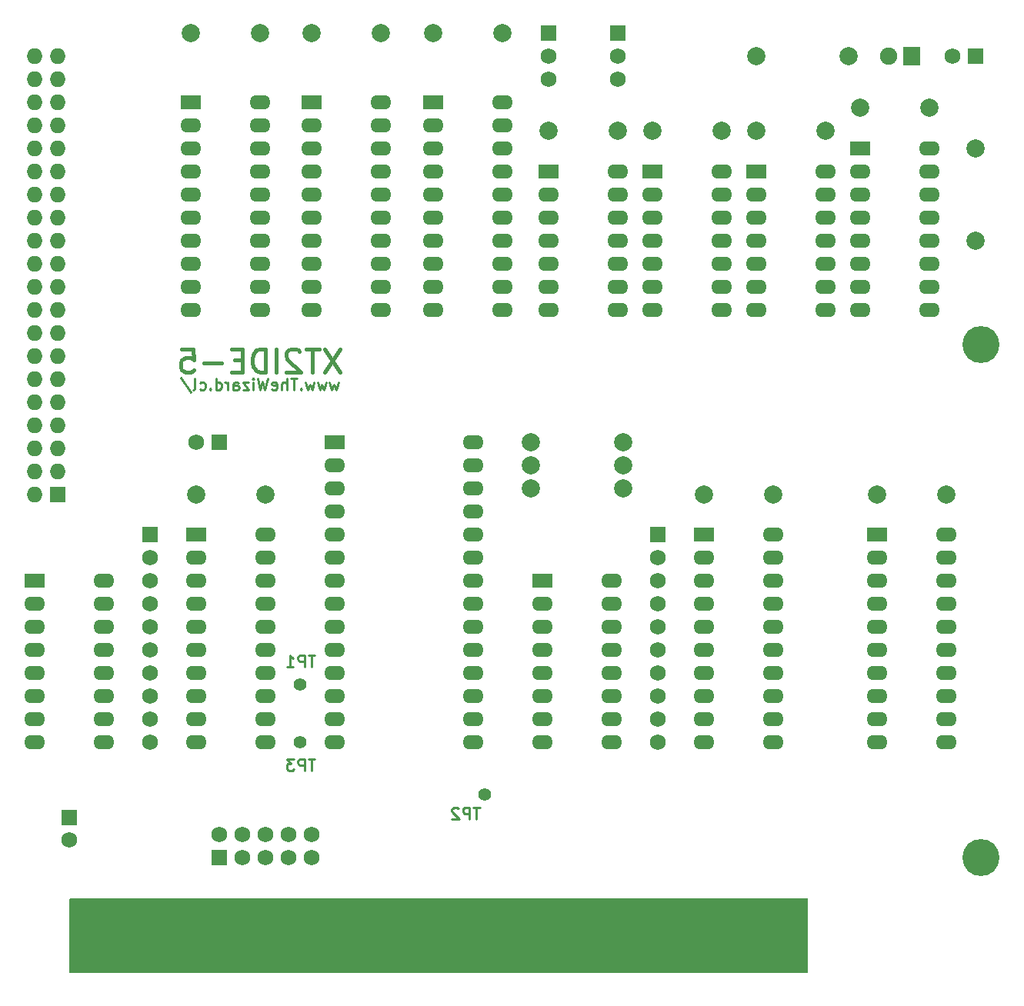
<source format=gbr>
G04 #@! TF.GenerationSoftware,KiCad,Pcbnew,8.0.4*
G04 #@! TF.CreationDate,2025-02-18T12:53:55-03:00*
G04 #@! TF.ProjectId,XT-IDE,58542d49-4445-42e6-9b69-6361645f7063,3B*
G04 #@! TF.SameCoordinates,Original*
G04 #@! TF.FileFunction,Soldermask,Bot*
G04 #@! TF.FilePolarity,Negative*
%FSLAX46Y46*%
G04 Gerber Fmt 4.6, Leading zero omitted, Abs format (unit mm)*
G04 Created by KiCad (PCBNEW 8.0.4) date 2025-02-18 12:53:55*
%MOMM*%
%LPD*%
G01*
G04 APERTURE LIST*
%ADD10C,0.254000*%
%ADD11C,0.381000*%
%ADD12C,4.064000*%
%ADD13R,1.727200X1.727200*%
%ADD14C,1.727200*%
%ADD15R,1.778000X7.112000*%
%ADD16R,1.900000X2.000000*%
%ADD17C,1.900000*%
%ADD18C,1.397000*%
%ADD19O,1.727200X1.727200*%
%ADD20R,2.300000X1.600000*%
%ADD21O,2.300000X1.600000*%
%ADD22C,1.998980*%
G04 APERTURE END LIST*
D10*
X115963094Y-75927651D02*
X115721189Y-76774318D01*
X115721189Y-76774318D02*
X115479284Y-76169556D01*
X115479284Y-76169556D02*
X115237380Y-76774318D01*
X115237380Y-76774318D02*
X114995475Y-75927651D01*
X114632618Y-75927651D02*
X114390713Y-76774318D01*
X114390713Y-76774318D02*
X114148808Y-76169556D01*
X114148808Y-76169556D02*
X113906904Y-76774318D01*
X113906904Y-76774318D02*
X113664999Y-75927651D01*
X113302142Y-75927651D02*
X113060237Y-76774318D01*
X113060237Y-76774318D02*
X112818332Y-76169556D01*
X112818332Y-76169556D02*
X112576428Y-76774318D01*
X112576428Y-76774318D02*
X112334523Y-75927651D01*
X111850714Y-76653365D02*
X111790237Y-76713842D01*
X111790237Y-76713842D02*
X111850714Y-76774318D01*
X111850714Y-76774318D02*
X111911190Y-76713842D01*
X111911190Y-76713842D02*
X111850714Y-76653365D01*
X111850714Y-76653365D02*
X111850714Y-76774318D01*
X111427380Y-75504318D02*
X110701666Y-75504318D01*
X111064523Y-76774318D02*
X111064523Y-75504318D01*
X110278333Y-76774318D02*
X110278333Y-75504318D01*
X109734047Y-76774318D02*
X109734047Y-76109080D01*
X109734047Y-76109080D02*
X109794523Y-75988127D01*
X109794523Y-75988127D02*
X109915475Y-75927651D01*
X109915475Y-75927651D02*
X110096904Y-75927651D01*
X110096904Y-75927651D02*
X110217856Y-75988127D01*
X110217856Y-75988127D02*
X110278333Y-76048603D01*
X108645475Y-76713842D02*
X108766427Y-76774318D01*
X108766427Y-76774318D02*
X109008332Y-76774318D01*
X109008332Y-76774318D02*
X109129285Y-76713842D01*
X109129285Y-76713842D02*
X109189761Y-76592889D01*
X109189761Y-76592889D02*
X109189761Y-76109080D01*
X109189761Y-76109080D02*
X109129285Y-75988127D01*
X109129285Y-75988127D02*
X109008332Y-75927651D01*
X109008332Y-75927651D02*
X108766427Y-75927651D01*
X108766427Y-75927651D02*
X108645475Y-75988127D01*
X108645475Y-75988127D02*
X108584999Y-76109080D01*
X108584999Y-76109080D02*
X108584999Y-76230032D01*
X108584999Y-76230032D02*
X109189761Y-76350984D01*
X108161666Y-75504318D02*
X107859285Y-76774318D01*
X107859285Y-76774318D02*
X107617380Y-75867175D01*
X107617380Y-75867175D02*
X107375475Y-76774318D01*
X107375475Y-76774318D02*
X107073095Y-75504318D01*
X106589285Y-76774318D02*
X106589285Y-75927651D01*
X106589285Y-75504318D02*
X106649761Y-75564794D01*
X106649761Y-75564794D02*
X106589285Y-75625270D01*
X106589285Y-75625270D02*
X106528808Y-75564794D01*
X106528808Y-75564794D02*
X106589285Y-75504318D01*
X106589285Y-75504318D02*
X106589285Y-75625270D01*
X106105475Y-75927651D02*
X105440237Y-75927651D01*
X105440237Y-75927651D02*
X106105475Y-76774318D01*
X106105475Y-76774318D02*
X105440237Y-76774318D01*
X104412142Y-76774318D02*
X104412142Y-76109080D01*
X104412142Y-76109080D02*
X104472618Y-75988127D01*
X104472618Y-75988127D02*
X104593570Y-75927651D01*
X104593570Y-75927651D02*
X104835475Y-75927651D01*
X104835475Y-75927651D02*
X104956428Y-75988127D01*
X104412142Y-76713842D02*
X104533094Y-76774318D01*
X104533094Y-76774318D02*
X104835475Y-76774318D01*
X104835475Y-76774318D02*
X104956428Y-76713842D01*
X104956428Y-76713842D02*
X105016904Y-76592889D01*
X105016904Y-76592889D02*
X105016904Y-76471937D01*
X105016904Y-76471937D02*
X104956428Y-76350984D01*
X104956428Y-76350984D02*
X104835475Y-76290508D01*
X104835475Y-76290508D02*
X104533094Y-76290508D01*
X104533094Y-76290508D02*
X104412142Y-76230032D01*
X103807380Y-76774318D02*
X103807380Y-75927651D01*
X103807380Y-76169556D02*
X103746903Y-76048603D01*
X103746903Y-76048603D02*
X103686427Y-75988127D01*
X103686427Y-75988127D02*
X103565475Y-75927651D01*
X103565475Y-75927651D02*
X103444522Y-75927651D01*
X102476904Y-76774318D02*
X102476904Y-75504318D01*
X102476904Y-76713842D02*
X102597856Y-76774318D01*
X102597856Y-76774318D02*
X102839761Y-76774318D01*
X102839761Y-76774318D02*
X102960713Y-76713842D01*
X102960713Y-76713842D02*
X103021190Y-76653365D01*
X103021190Y-76653365D02*
X103081666Y-76532413D01*
X103081666Y-76532413D02*
X103081666Y-76169556D01*
X103081666Y-76169556D02*
X103021190Y-76048603D01*
X103021190Y-76048603D02*
X102960713Y-75988127D01*
X102960713Y-75988127D02*
X102839761Y-75927651D01*
X102839761Y-75927651D02*
X102597856Y-75927651D01*
X102597856Y-75927651D02*
X102476904Y-75988127D01*
X101872142Y-76653365D02*
X101811665Y-76713842D01*
X101811665Y-76713842D02*
X101872142Y-76774318D01*
X101872142Y-76774318D02*
X101932618Y-76713842D01*
X101932618Y-76713842D02*
X101872142Y-76653365D01*
X101872142Y-76653365D02*
X101872142Y-76774318D01*
X100723094Y-76713842D02*
X100844046Y-76774318D01*
X100844046Y-76774318D02*
X101085951Y-76774318D01*
X101085951Y-76774318D02*
X101206903Y-76713842D01*
X101206903Y-76713842D02*
X101267380Y-76653365D01*
X101267380Y-76653365D02*
X101327856Y-76532413D01*
X101327856Y-76532413D02*
X101327856Y-76169556D01*
X101327856Y-76169556D02*
X101267380Y-76048603D01*
X101267380Y-76048603D02*
X101206903Y-75988127D01*
X101206903Y-75988127D02*
X101085951Y-75927651D01*
X101085951Y-75927651D02*
X100844046Y-75927651D01*
X100844046Y-75927651D02*
X100723094Y-75988127D01*
X99997380Y-76774318D02*
X100118332Y-76713842D01*
X100118332Y-76713842D02*
X100178809Y-76592889D01*
X100178809Y-76592889D02*
X100178809Y-75504318D01*
X98606428Y-75443842D02*
X99694999Y-77076699D01*
X113362618Y-117414318D02*
X112636904Y-117414318D01*
X112999761Y-118684318D02*
X112999761Y-117414318D01*
X112213571Y-118684318D02*
X112213571Y-117414318D01*
X112213571Y-117414318D02*
X111729761Y-117414318D01*
X111729761Y-117414318D02*
X111608809Y-117474794D01*
X111608809Y-117474794D02*
X111548332Y-117535270D01*
X111548332Y-117535270D02*
X111487856Y-117656222D01*
X111487856Y-117656222D02*
X111487856Y-117837651D01*
X111487856Y-117837651D02*
X111548332Y-117958603D01*
X111548332Y-117958603D02*
X111608809Y-118019080D01*
X111608809Y-118019080D02*
X111729761Y-118079556D01*
X111729761Y-118079556D02*
X112213571Y-118079556D01*
X111064523Y-117414318D02*
X110278332Y-117414318D01*
X110278332Y-117414318D02*
X110701666Y-117898127D01*
X110701666Y-117898127D02*
X110520237Y-117898127D01*
X110520237Y-117898127D02*
X110399285Y-117958603D01*
X110399285Y-117958603D02*
X110338809Y-118019080D01*
X110338809Y-118019080D02*
X110278332Y-118140032D01*
X110278332Y-118140032D02*
X110278332Y-118442413D01*
X110278332Y-118442413D02*
X110338809Y-118563365D01*
X110338809Y-118563365D02*
X110399285Y-118623842D01*
X110399285Y-118623842D02*
X110520237Y-118684318D01*
X110520237Y-118684318D02*
X110883094Y-118684318D01*
X110883094Y-118684318D02*
X111004047Y-118623842D01*
X111004047Y-118623842D02*
X111064523Y-118563365D01*
D11*
X116144523Y-72275240D02*
X114451190Y-74815240D01*
X114451190Y-72275240D02*
X116144523Y-74815240D01*
X113846428Y-72275240D02*
X112394999Y-72275240D01*
X113120713Y-74815240D02*
X113120713Y-72275240D01*
X111669285Y-72517145D02*
X111548333Y-72396192D01*
X111548333Y-72396192D02*
X111306428Y-72275240D01*
X111306428Y-72275240D02*
X110701666Y-72275240D01*
X110701666Y-72275240D02*
X110459761Y-72396192D01*
X110459761Y-72396192D02*
X110338809Y-72517145D01*
X110338809Y-72517145D02*
X110217856Y-72759049D01*
X110217856Y-72759049D02*
X110217856Y-73000954D01*
X110217856Y-73000954D02*
X110338809Y-73363811D01*
X110338809Y-73363811D02*
X111790237Y-74815240D01*
X111790237Y-74815240D02*
X110217856Y-74815240D01*
X109129285Y-74815240D02*
X109129285Y-72275240D01*
X107919761Y-74815240D02*
X107919761Y-72275240D01*
X107919761Y-72275240D02*
X107314999Y-72275240D01*
X107314999Y-72275240D02*
X106952142Y-72396192D01*
X106952142Y-72396192D02*
X106710237Y-72638097D01*
X106710237Y-72638097D02*
X106589284Y-72880002D01*
X106589284Y-72880002D02*
X106468332Y-73363811D01*
X106468332Y-73363811D02*
X106468332Y-73726668D01*
X106468332Y-73726668D02*
X106589284Y-74210478D01*
X106589284Y-74210478D02*
X106710237Y-74452383D01*
X106710237Y-74452383D02*
X106952142Y-74694288D01*
X106952142Y-74694288D02*
X107314999Y-74815240D01*
X107314999Y-74815240D02*
X107919761Y-74815240D01*
X105379761Y-73484764D02*
X104533094Y-73484764D01*
X104170237Y-74815240D02*
X105379761Y-74815240D01*
X105379761Y-74815240D02*
X105379761Y-72275240D01*
X105379761Y-72275240D02*
X104170237Y-72275240D01*
X103081666Y-73847621D02*
X101146428Y-73847621D01*
X98727380Y-72275240D02*
X99936904Y-72275240D01*
X99936904Y-72275240D02*
X100057856Y-73484764D01*
X100057856Y-73484764D02*
X99936904Y-73363811D01*
X99936904Y-73363811D02*
X99694999Y-73242859D01*
X99694999Y-73242859D02*
X99090237Y-73242859D01*
X99090237Y-73242859D02*
X98848332Y-73363811D01*
X98848332Y-73363811D02*
X98727380Y-73484764D01*
X98727380Y-73484764D02*
X98606427Y-73726668D01*
X98606427Y-73726668D02*
X98606427Y-74331430D01*
X98606427Y-74331430D02*
X98727380Y-74573335D01*
X98727380Y-74573335D02*
X98848332Y-74694288D01*
X98848332Y-74694288D02*
X99090237Y-74815240D01*
X99090237Y-74815240D02*
X99694999Y-74815240D01*
X99694999Y-74815240D02*
X99936904Y-74694288D01*
X99936904Y-74694288D02*
X100057856Y-74573335D01*
D10*
X131523618Y-122748318D02*
X130797904Y-122748318D01*
X131160761Y-124018318D02*
X131160761Y-122748318D01*
X130374571Y-124018318D02*
X130374571Y-122748318D01*
X130374571Y-122748318D02*
X129890761Y-122748318D01*
X129890761Y-122748318D02*
X129769809Y-122808794D01*
X129769809Y-122808794D02*
X129709332Y-122869270D01*
X129709332Y-122869270D02*
X129648856Y-122990222D01*
X129648856Y-122990222D02*
X129648856Y-123171651D01*
X129648856Y-123171651D02*
X129709332Y-123292603D01*
X129709332Y-123292603D02*
X129769809Y-123353080D01*
X129769809Y-123353080D02*
X129890761Y-123413556D01*
X129890761Y-123413556D02*
X130374571Y-123413556D01*
X129165047Y-122869270D02*
X129104571Y-122808794D01*
X129104571Y-122808794D02*
X128983618Y-122748318D01*
X128983618Y-122748318D02*
X128681237Y-122748318D01*
X128681237Y-122748318D02*
X128560285Y-122808794D01*
X128560285Y-122808794D02*
X128499809Y-122869270D01*
X128499809Y-122869270D02*
X128439332Y-122990222D01*
X128439332Y-122990222D02*
X128439332Y-123111175D01*
X128439332Y-123111175D02*
X128499809Y-123292603D01*
X128499809Y-123292603D02*
X129225523Y-124018318D01*
X129225523Y-124018318D02*
X128439332Y-124018318D01*
X113362618Y-105984318D02*
X112636904Y-105984318D01*
X112999761Y-107254318D02*
X112999761Y-105984318D01*
X112213571Y-107254318D02*
X112213571Y-105984318D01*
X112213571Y-105984318D02*
X111729761Y-105984318D01*
X111729761Y-105984318D02*
X111608809Y-106044794D01*
X111608809Y-106044794D02*
X111548332Y-106105270D01*
X111548332Y-106105270D02*
X111487856Y-106226222D01*
X111487856Y-106226222D02*
X111487856Y-106407651D01*
X111487856Y-106407651D02*
X111548332Y-106528603D01*
X111548332Y-106528603D02*
X111608809Y-106589080D01*
X111608809Y-106589080D02*
X111729761Y-106649556D01*
X111729761Y-106649556D02*
X112213571Y-106649556D01*
X110278332Y-107254318D02*
X111004047Y-107254318D01*
X110641190Y-107254318D02*
X110641190Y-105984318D01*
X110641190Y-105984318D02*
X110762142Y-106165746D01*
X110762142Y-106165746D02*
X110883094Y-106286699D01*
X110883094Y-106286699D02*
X111004047Y-106347175D01*
D12*
X186690000Y-128270000D03*
X186690000Y-71755000D03*
D13*
X102870000Y-82550000D03*
D14*
X100330000Y-82550000D03*
D13*
X139065000Y-37465000D03*
D14*
X139065000Y-40005000D03*
X139065000Y-42545000D03*
D13*
X146685000Y-37465000D03*
D14*
X146685000Y-40005000D03*
X146685000Y-42545000D03*
D13*
X102870000Y-128270000D03*
D14*
X102870000Y-125730000D03*
X105410000Y-128270000D03*
X105410000Y-125730000D03*
X107950000Y-128270000D03*
X107950000Y-125730000D03*
X110490000Y-128270000D03*
X110490000Y-125730000D03*
X113030000Y-128270000D03*
X113030000Y-125730000D03*
D13*
X186055000Y-40005000D03*
D14*
X183515000Y-40005000D03*
D15*
X165100000Y-136906000D03*
X162560000Y-136906000D03*
X160020000Y-136906000D03*
X157480000Y-136906000D03*
X147320000Y-136906000D03*
X139700000Y-136906000D03*
X137160000Y-136906000D03*
X134620000Y-136906000D03*
X132080000Y-136906000D03*
X114300000Y-136906000D03*
X109220000Y-136906000D03*
X106680000Y-136906000D03*
X104140000Y-136906000D03*
X93980000Y-136906000D03*
X88900000Y-136906000D03*
D16*
X179070000Y-40005000D03*
D17*
X176530000Y-40005000D03*
D18*
X132080000Y-121285000D03*
X111760000Y-115570000D03*
X111760000Y-109220000D03*
D13*
X86360000Y-123825000D03*
D14*
X86360000Y-126325000D03*
D13*
X85090000Y-88265000D03*
D19*
X82550000Y-88265000D03*
X85090000Y-85725000D03*
X82550000Y-85725000D03*
X85090000Y-83185000D03*
X82550000Y-83185000D03*
X85090000Y-80645000D03*
X82550000Y-80645000D03*
X85090000Y-78105000D03*
X82550000Y-78105000D03*
X85090000Y-75565000D03*
X82550000Y-75565000D03*
X85090000Y-73025000D03*
X82550000Y-73025000D03*
X85090000Y-70485000D03*
X82550000Y-70485000D03*
X85090000Y-67945000D03*
X82550000Y-67945000D03*
X85090000Y-65405000D03*
X82550000Y-65405000D03*
X85090000Y-62865000D03*
X82550000Y-62865000D03*
X85090000Y-60325000D03*
X82550000Y-60325000D03*
X85090000Y-57785000D03*
X82550000Y-57785000D03*
X85090000Y-55245000D03*
X82550000Y-55245000D03*
X85090000Y-52705000D03*
X82550000Y-52705000D03*
X85090000Y-50165000D03*
X82550000Y-50165000D03*
X85090000Y-47625000D03*
X82550000Y-47625000D03*
X85090000Y-45085000D03*
X82550000Y-45085000D03*
X85090000Y-42545000D03*
X82550000Y-42545000D03*
X85090000Y-40005000D03*
X82550000Y-40005000D03*
D20*
X82550000Y-97790000D03*
D21*
X82550000Y-100330000D03*
X82550000Y-102870000D03*
X82550000Y-105410000D03*
X82550000Y-107950000D03*
X82550000Y-110490000D03*
X82550000Y-113030000D03*
X82550000Y-115570000D03*
X90170000Y-115570000D03*
X90170000Y-113030000D03*
X90170000Y-110490000D03*
X90170000Y-107950000D03*
X90170000Y-105410000D03*
X90170000Y-102870000D03*
X90170000Y-100330000D03*
X90170000Y-97790000D03*
D20*
X138430000Y-97790000D03*
D21*
X138430000Y-100330000D03*
X138430000Y-102870000D03*
X138430000Y-105410000D03*
X138430000Y-107950000D03*
X138430000Y-110490000D03*
X138430000Y-113030000D03*
X138430000Y-115570000D03*
X146050000Y-115570000D03*
X146050000Y-113030000D03*
X146050000Y-110490000D03*
X146050000Y-107950000D03*
X146050000Y-105410000D03*
X146050000Y-102870000D03*
X146050000Y-100330000D03*
X146050000Y-97790000D03*
D20*
X99695000Y-45085000D03*
D21*
X99695000Y-47625000D03*
X99695000Y-50165000D03*
X99695000Y-52705000D03*
X99695000Y-55245000D03*
X99695000Y-57785000D03*
X99695000Y-60325000D03*
X99695000Y-62865000D03*
X99695000Y-65405000D03*
X99695000Y-67945000D03*
X107315000Y-67945000D03*
X107315000Y-65405000D03*
X107315000Y-62865000D03*
X107315000Y-60325000D03*
X107315000Y-57785000D03*
X107315000Y-55245000D03*
X107315000Y-52705000D03*
X107315000Y-50165000D03*
X107315000Y-47625000D03*
X107315000Y-45085000D03*
D20*
X113030000Y-45085000D03*
D21*
X113030000Y-47625000D03*
X113030000Y-50165000D03*
X113030000Y-52705000D03*
X113030000Y-55245000D03*
X113030000Y-57785000D03*
X113030000Y-60325000D03*
X113030000Y-62865000D03*
X113030000Y-65405000D03*
X113030000Y-67945000D03*
X120650000Y-67945000D03*
X120650000Y-65405000D03*
X120650000Y-62865000D03*
X120650000Y-60325000D03*
X120650000Y-57785000D03*
X120650000Y-55245000D03*
X120650000Y-52705000D03*
X120650000Y-50165000D03*
X120650000Y-47625000D03*
X120650000Y-45085000D03*
D20*
X126365000Y-45085000D03*
D21*
X126365000Y-47625000D03*
X126365000Y-50165000D03*
X126365000Y-52705000D03*
X126365000Y-55245000D03*
X126365000Y-57785000D03*
X126365000Y-60325000D03*
X126365000Y-62865000D03*
X126365000Y-65405000D03*
X126365000Y-67945000D03*
X133985000Y-67945000D03*
X133985000Y-65405000D03*
X133985000Y-62865000D03*
X133985000Y-60325000D03*
X133985000Y-57785000D03*
X133985000Y-55245000D03*
X133985000Y-52705000D03*
X133985000Y-50165000D03*
X133985000Y-47625000D03*
X133985000Y-45085000D03*
D20*
X150495000Y-52705000D03*
D21*
X150495000Y-55245000D03*
X150495000Y-57785000D03*
X150495000Y-60325000D03*
X150495000Y-62865000D03*
X150495000Y-65405000D03*
X150495000Y-67945000D03*
X158115000Y-67945000D03*
X158115000Y-65405000D03*
X158115000Y-62865000D03*
X158115000Y-60325000D03*
X158115000Y-57785000D03*
X158115000Y-55245000D03*
X158115000Y-52705000D03*
D20*
X161925000Y-52705000D03*
D21*
X161925000Y-55245000D03*
X161925000Y-57785000D03*
X161925000Y-60325000D03*
X161925000Y-62865000D03*
X161925000Y-65405000D03*
X161925000Y-67945000D03*
X169545000Y-67945000D03*
X169545000Y-65405000D03*
X169545000Y-62865000D03*
X169545000Y-60325000D03*
X169545000Y-57785000D03*
X169545000Y-55245000D03*
X169545000Y-52705000D03*
D20*
X173355000Y-50165000D03*
D21*
X173355000Y-52705000D03*
X173355000Y-55245000D03*
X173355000Y-57785000D03*
X173355000Y-60325000D03*
X173355000Y-62865000D03*
X173355000Y-65405000D03*
X173355000Y-67945000D03*
X180975000Y-67945000D03*
X180975000Y-65405000D03*
X180975000Y-62865000D03*
X180975000Y-60325000D03*
X180975000Y-57785000D03*
X180975000Y-55245000D03*
X180975000Y-52705000D03*
X180975000Y-50165000D03*
D20*
X100330000Y-92710000D03*
D21*
X100330000Y-95250000D03*
X100330000Y-97790000D03*
X100330000Y-100330000D03*
X100330000Y-102870000D03*
X100330000Y-105410000D03*
X100330000Y-107950000D03*
X100330000Y-110490000D03*
X100330000Y-113030000D03*
X100330000Y-115570000D03*
X107950000Y-115570000D03*
X107950000Y-113030000D03*
X107950000Y-110490000D03*
X107950000Y-107950000D03*
X107950000Y-105410000D03*
X107950000Y-102870000D03*
X107950000Y-100330000D03*
X107950000Y-97790000D03*
X107950000Y-95250000D03*
X107950000Y-92710000D03*
D20*
X115570000Y-82550000D03*
D21*
X115570000Y-85090000D03*
X115570000Y-87630000D03*
X115570000Y-90170000D03*
X115570000Y-92710000D03*
X115570000Y-95250000D03*
X115570000Y-97790000D03*
X115570000Y-100330000D03*
X115570000Y-102870000D03*
X115570000Y-105410000D03*
X115570000Y-107950000D03*
X115570000Y-110490000D03*
X115570000Y-113030000D03*
X115570000Y-115570000D03*
X130810000Y-115570000D03*
X130810000Y-113030000D03*
X130810000Y-110490000D03*
X130810000Y-107950000D03*
X130810000Y-105410000D03*
X130810000Y-102870000D03*
X130810000Y-100330000D03*
X130810000Y-97790000D03*
X130810000Y-95250000D03*
X130810000Y-92710000D03*
X130810000Y-90170000D03*
X130810000Y-87630000D03*
X130810000Y-85090000D03*
X130810000Y-82550000D03*
D20*
X156210000Y-92710000D03*
D21*
X156210000Y-95250000D03*
X156210000Y-97790000D03*
X156210000Y-100330000D03*
X156210000Y-102870000D03*
X156210000Y-105410000D03*
X156210000Y-107950000D03*
X156210000Y-110490000D03*
X156210000Y-113030000D03*
X156210000Y-115570000D03*
X163830000Y-115570000D03*
X163830000Y-113030000D03*
X163830000Y-110490000D03*
X163830000Y-107950000D03*
X163830000Y-105410000D03*
X163830000Y-102870000D03*
X163830000Y-100330000D03*
X163830000Y-97790000D03*
X163830000Y-95250000D03*
X163830000Y-92710000D03*
D20*
X175260000Y-92710000D03*
D21*
X175260000Y-95250000D03*
X175260000Y-97790000D03*
X175260000Y-100330000D03*
X175260000Y-102870000D03*
X175260000Y-105410000D03*
X175260000Y-107950000D03*
X175260000Y-110490000D03*
X175260000Y-113030000D03*
X175260000Y-115570000D03*
X182880000Y-115570000D03*
X182880000Y-113030000D03*
X182880000Y-110490000D03*
X182880000Y-107950000D03*
X182880000Y-105410000D03*
X182880000Y-102870000D03*
X182880000Y-100330000D03*
X182880000Y-97790000D03*
X182880000Y-95250000D03*
X182880000Y-92710000D03*
D13*
X95250000Y-92710000D03*
D14*
X95250000Y-95250000D03*
X95250000Y-97790000D03*
X95250000Y-100330000D03*
X95250000Y-102870000D03*
X95250000Y-105410000D03*
X95250000Y-107950000D03*
X95250000Y-110490000D03*
X95250000Y-113030000D03*
X95250000Y-115570000D03*
D13*
X151130000Y-92710000D03*
D14*
X151130000Y-95250000D03*
X151130000Y-97790000D03*
X151130000Y-100330000D03*
X151130000Y-102870000D03*
X151130000Y-105410000D03*
X151130000Y-107950000D03*
X151130000Y-110490000D03*
X151130000Y-113030000D03*
X151130000Y-115570000D03*
D22*
X107315000Y-37465000D03*
X99695000Y-37465000D03*
X120650000Y-37465000D03*
X113030000Y-37465000D03*
X133985000Y-37465000D03*
X126365000Y-37465000D03*
X146685000Y-48260000D03*
X139065000Y-48260000D03*
X158115000Y-48260000D03*
X150495000Y-48260000D03*
X169545000Y-48260000D03*
X161925000Y-48260000D03*
X173355000Y-45720000D03*
X180975000Y-45720000D03*
X137160000Y-82550000D03*
X147320000Y-82550000D03*
X107950000Y-88265000D03*
X100330000Y-88265000D03*
X163830000Y-88265000D03*
X156210000Y-88265000D03*
X172085000Y-40005000D03*
X161925000Y-40005000D03*
X186055000Y-50165000D03*
X186055000Y-60325000D03*
X147320000Y-85090000D03*
X137160000Y-85090000D03*
X137160000Y-87630000D03*
X147320000Y-87630000D03*
D20*
X139065000Y-52705000D03*
D21*
X139065000Y-55245000D03*
X139065000Y-57785000D03*
X139065000Y-60325000D03*
X139065000Y-62865000D03*
X139065000Y-65405000D03*
X139065000Y-67945000D03*
X146685000Y-67945000D03*
X146685000Y-65405000D03*
X146685000Y-62865000D03*
X146685000Y-60325000D03*
X146685000Y-57785000D03*
X146685000Y-55245000D03*
X146685000Y-52705000D03*
D22*
X175260000Y-88265000D03*
X182880000Y-88265000D03*
G36*
X167582121Y-132735002D02*
G01*
X167628614Y-132788658D01*
X167640000Y-132841000D01*
X167640000Y-140844000D01*
X167619998Y-140912121D01*
X167566342Y-140958614D01*
X167514000Y-140970000D01*
X86486000Y-140970000D01*
X86417879Y-140949998D01*
X86371386Y-140896342D01*
X86360000Y-140844000D01*
X86360000Y-132841000D01*
X86380002Y-132772879D01*
X86433658Y-132726386D01*
X86486000Y-132715000D01*
X167514000Y-132715000D01*
X167582121Y-132735002D01*
G37*
M02*

</source>
